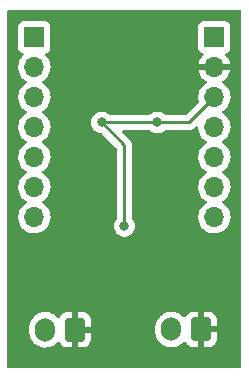
<source format=gbr>
%TF.GenerationSoftware,KiCad,Pcbnew,(6.0.5)*%
%TF.CreationDate,2022-05-19T09:16:10-04:00*%
%TF.ProjectId,OneMoreThermistor,4f6e654d-6f72-4655-9468-65726d697374,rev?*%
%TF.SameCoordinates,Original*%
%TF.FileFunction,Copper,L2,Bot*%
%TF.FilePolarity,Positive*%
%FSLAX46Y46*%
G04 Gerber Fmt 4.6, Leading zero omitted, Abs format (unit mm)*
G04 Created by KiCad (PCBNEW (6.0.5)) date 2022-05-19 09:16:10*
%MOMM*%
%LPD*%
G01*
G04 APERTURE LIST*
G04 Aperture macros list*
%AMRoundRect*
0 Rectangle with rounded corners*
0 $1 Rounding radius*
0 $2 $3 $4 $5 $6 $7 $8 $9 X,Y pos of 4 corners*
0 Add a 4 corners polygon primitive as box body*
4,1,4,$2,$3,$4,$5,$6,$7,$8,$9,$2,$3,0*
0 Add four circle primitives for the rounded corners*
1,1,$1+$1,$2,$3*
1,1,$1+$1,$4,$5*
1,1,$1+$1,$6,$7*
1,1,$1+$1,$8,$9*
0 Add four rect primitives between the rounded corners*
20,1,$1+$1,$2,$3,$4,$5,0*
20,1,$1+$1,$4,$5,$6,$7,0*
20,1,$1+$1,$6,$7,$8,$9,0*
20,1,$1+$1,$8,$9,$2,$3,0*%
G04 Aperture macros list end*
%TA.AperFunction,ComponentPad*%
%ADD10RoundRect,0.250000X0.600000X0.750000X-0.600000X0.750000X-0.600000X-0.750000X0.600000X-0.750000X0*%
%TD*%
%TA.AperFunction,ComponentPad*%
%ADD11O,1.700000X2.000000*%
%TD*%
%TA.AperFunction,ComponentPad*%
%ADD12R,1.700000X1.700000*%
%TD*%
%TA.AperFunction,ComponentPad*%
%ADD13O,1.700000X1.700000*%
%TD*%
%TA.AperFunction,ViaPad*%
%ADD14C,0.800000*%
%TD*%
%TA.AperFunction,Conductor*%
%ADD15C,0.250000*%
%TD*%
G04 APERTURE END LIST*
D10*
%TO.P,J1,1,Pin_1*%
%TO.N,GND*%
X102997000Y-83820000D03*
D11*
%TO.P,J1,2,Pin_2*%
%TO.N,Net-(J1-Pad2)*%
X100497000Y-83820000D03*
%TD*%
D12*
%TO.P,J3,1,Pin_1*%
%TO.N,unconnected-(J3-Pad1)*%
X104140000Y-59070000D03*
D13*
%TO.P,J3,2,Pin_2*%
%TO.N,GND*%
X104140000Y-61610000D03*
%TO.P,J3,3,Pin_3*%
%TO.N,+3V3*%
X104140000Y-64150000D03*
%TO.P,J3,4,Pin_4*%
%TO.N,unconnected-(J3-Pad4)*%
X104140000Y-66690000D03*
%TO.P,J3,5,Pin_5*%
%TO.N,unconnected-(J3-Pad5)*%
X104140000Y-69230000D03*
%TO.P,J3,6,Pin_6*%
%TO.N,unconnected-(J3-Pad6)*%
X104140000Y-71770000D03*
%TO.P,J3,7,Pin_7*%
%TO.N,unconnected-(J3-Pad7)*%
X104140000Y-74310000D03*
%TD*%
D10*
%TO.P,J4,1,Pin_1*%
%TO.N,GND*%
X92329000Y-83837000D03*
D11*
%TO.P,J4,2,Pin_2*%
%TO.N,Net-(J4-Pad2)*%
X89829000Y-83837000D03*
%TD*%
D12*
%TO.P,J2,1,Pin_1*%
%TO.N,/T1*%
X88900000Y-59070000D03*
D13*
%TO.P,J2,2,Pin_2*%
%TO.N,/T2*%
X88900000Y-61610000D03*
%TO.P,J2,3,Pin_3*%
%TO.N,unconnected-(J2-Pad3)*%
X88900000Y-64150000D03*
%TO.P,J2,4,Pin_4*%
%TO.N,unconnected-(J2-Pad4)*%
X88900000Y-66690000D03*
%TO.P,J2,5,Pin_5*%
%TO.N,unconnected-(J2-Pad5)*%
X88900000Y-69230000D03*
%TO.P,J2,6,Pin_6*%
%TO.N,unconnected-(J2-Pad6)*%
X88900000Y-71770000D03*
%TO.P,J2,7,Pin_7*%
%TO.N,unconnected-(J2-Pad7)*%
X88900000Y-74310000D03*
%TD*%
D14*
%TO.N,GND*%
X91694000Y-68707000D03*
X96266000Y-63500000D03*
X96647000Y-60706000D03*
X91694000Y-65024000D03*
X96901000Y-78359000D03*
X93599000Y-78359000D03*
X103759000Y-78359000D03*
X100584000Y-64643000D03*
X97790000Y-68707000D03*
%TO.N,+3V3*%
X99314000Y-66294000D03*
X96520000Y-75057000D03*
X94615000Y-66294000D03*
%TD*%
D15*
%TO.N,+3V3*%
X96520000Y-72136000D02*
X96520000Y-75057000D01*
X96520000Y-71770000D02*
X96520000Y-72136000D01*
X101996000Y-66294000D02*
X99314000Y-66294000D01*
X96520000Y-68199000D02*
X94615000Y-66294000D01*
X104140000Y-64150000D02*
X101996000Y-66294000D01*
X96520000Y-72136000D02*
X96520000Y-68199000D01*
X99314000Y-66294000D02*
X94615000Y-66294000D01*
%TD*%
%TA.AperFunction,Conductor*%
%TO.N,GND*%
G36*
X106367621Y-56789502D02*
G01*
X106414114Y-56843158D01*
X106425500Y-56895500D01*
X106425500Y-86995500D01*
X106405498Y-87063621D01*
X106351842Y-87110114D01*
X106299500Y-87121500D01*
X86740500Y-87121500D01*
X86672379Y-87101498D01*
X86625886Y-87047842D01*
X86614500Y-86995500D01*
X86614500Y-84044890D01*
X88470500Y-84044890D01*
X88474426Y-84091156D01*
X88483638Y-84199720D01*
X88485080Y-84216720D01*
X88486418Y-84221875D01*
X88486419Y-84221881D01*
X88539850Y-84427741D01*
X88542999Y-84439872D01*
X88637688Y-84650075D01*
X88766441Y-84841319D01*
X88770120Y-84845176D01*
X88770122Y-84845178D01*
X88807606Y-84884471D01*
X88925576Y-85008135D01*
X89110542Y-85145754D01*
X89115293Y-85148170D01*
X89115297Y-85148172D01*
X89162040Y-85171937D01*
X89316051Y-85250240D01*
X89321145Y-85251822D01*
X89321148Y-85251823D01*
X89476380Y-85300024D01*
X89536227Y-85318607D01*
X89541516Y-85319308D01*
X89759489Y-85348198D01*
X89759494Y-85348198D01*
X89764774Y-85348898D01*
X89770103Y-85348698D01*
X89770105Y-85348698D01*
X89879966Y-85344573D01*
X89995158Y-85340249D01*
X90000468Y-85339135D01*
X90139878Y-85309884D01*
X90220791Y-85292907D01*
X90225750Y-85290949D01*
X90225752Y-85290948D01*
X90430256Y-85210185D01*
X90430258Y-85210184D01*
X90435221Y-85208224D01*
X90460005Y-85193185D01*
X90627757Y-85091390D01*
X90627756Y-85091390D01*
X90632317Y-85088623D01*
X90678934Y-85048171D01*
X90802412Y-84941023D01*
X90802414Y-84941021D01*
X90806445Y-84937523D01*
X90836006Y-84901471D01*
X90894666Y-84861476D01*
X90965636Y-84859545D01*
X91026384Y-84896290D01*
X91040584Y-84915059D01*
X91127063Y-85054807D01*
X91136099Y-85066208D01*
X91250829Y-85180739D01*
X91262240Y-85189751D01*
X91400243Y-85274816D01*
X91413424Y-85280963D01*
X91567710Y-85332138D01*
X91581086Y-85335005D01*
X91675438Y-85344672D01*
X91681854Y-85345000D01*
X92056885Y-85345000D01*
X92072124Y-85340525D01*
X92073329Y-85339135D01*
X92075000Y-85331452D01*
X92075000Y-85326884D01*
X92583000Y-85326884D01*
X92587475Y-85342123D01*
X92588865Y-85343328D01*
X92596548Y-85344999D01*
X92976095Y-85344999D01*
X92982614Y-85344662D01*
X93078206Y-85334743D01*
X93091600Y-85331851D01*
X93245784Y-85280412D01*
X93258962Y-85274239D01*
X93396807Y-85188937D01*
X93408208Y-85179901D01*
X93522739Y-85065171D01*
X93531751Y-85053760D01*
X93616816Y-84915757D01*
X93622963Y-84902576D01*
X93674138Y-84748290D01*
X93677005Y-84734914D01*
X93686672Y-84640562D01*
X93687000Y-84634146D01*
X93687000Y-84109115D01*
X93682525Y-84093876D01*
X93681135Y-84092671D01*
X93673452Y-84091000D01*
X92601115Y-84091000D01*
X92585876Y-84095475D01*
X92584671Y-84096865D01*
X92583000Y-84104548D01*
X92583000Y-85326884D01*
X92075000Y-85326884D01*
X92075000Y-84027890D01*
X99138500Y-84027890D01*
X99142426Y-84074156D01*
X99145918Y-84115308D01*
X99153080Y-84199720D01*
X99154418Y-84204875D01*
X99154419Y-84204881D01*
X99190054Y-84342175D01*
X99210999Y-84422872D01*
X99305688Y-84633075D01*
X99434441Y-84824319D01*
X99438120Y-84828176D01*
X99438122Y-84828178D01*
X99468045Y-84859545D01*
X99593576Y-84991135D01*
X99778542Y-85128754D01*
X99783293Y-85131170D01*
X99783297Y-85131172D01*
X99816734Y-85148172D01*
X99984051Y-85233240D01*
X99989145Y-85234822D01*
X99989148Y-85234823D01*
X100135968Y-85280412D01*
X100204227Y-85301607D01*
X100209516Y-85302308D01*
X100427489Y-85331198D01*
X100427494Y-85331198D01*
X100432774Y-85331898D01*
X100438103Y-85331698D01*
X100438105Y-85331698D01*
X100566332Y-85326884D01*
X100663158Y-85323249D01*
X100668468Y-85322135D01*
X100883572Y-85277002D01*
X100888791Y-85275907D01*
X100893750Y-85273949D01*
X100893752Y-85273948D01*
X101098256Y-85193185D01*
X101098258Y-85193184D01*
X101103221Y-85191224D01*
X101174169Y-85148172D01*
X101295757Y-85074390D01*
X101295756Y-85074390D01*
X101300317Y-85071623D01*
X101377926Y-85004278D01*
X101470412Y-84924023D01*
X101470414Y-84924021D01*
X101474445Y-84920523D01*
X101504006Y-84884471D01*
X101562666Y-84844476D01*
X101633636Y-84842545D01*
X101694384Y-84879290D01*
X101708584Y-84898059D01*
X101795063Y-85037807D01*
X101804099Y-85049208D01*
X101918829Y-85163739D01*
X101930240Y-85172751D01*
X102068243Y-85257816D01*
X102081424Y-85263963D01*
X102235710Y-85315138D01*
X102249086Y-85318005D01*
X102343438Y-85327672D01*
X102349854Y-85328000D01*
X102724885Y-85328000D01*
X102740124Y-85323525D01*
X102741329Y-85322135D01*
X102743000Y-85314452D01*
X102743000Y-85309884D01*
X103251000Y-85309884D01*
X103255475Y-85325123D01*
X103256865Y-85326328D01*
X103264548Y-85327999D01*
X103644095Y-85327999D01*
X103650614Y-85327662D01*
X103746206Y-85317743D01*
X103759600Y-85314851D01*
X103913784Y-85263412D01*
X103926962Y-85257239D01*
X104064807Y-85171937D01*
X104076208Y-85162901D01*
X104190739Y-85048171D01*
X104199751Y-85036760D01*
X104284816Y-84898757D01*
X104290963Y-84885576D01*
X104342138Y-84731290D01*
X104345005Y-84717914D01*
X104354672Y-84623562D01*
X104355000Y-84617146D01*
X104355000Y-84092115D01*
X104350525Y-84076876D01*
X104349135Y-84075671D01*
X104341452Y-84074000D01*
X103269115Y-84074000D01*
X103253876Y-84078475D01*
X103252671Y-84079865D01*
X103251000Y-84087548D01*
X103251000Y-85309884D01*
X102743000Y-85309884D01*
X102743000Y-83547885D01*
X103251000Y-83547885D01*
X103255475Y-83563124D01*
X103256865Y-83564329D01*
X103264548Y-83566000D01*
X104336884Y-83566000D01*
X104352123Y-83561525D01*
X104353328Y-83560135D01*
X104354999Y-83552452D01*
X104354999Y-83022905D01*
X104354662Y-83016386D01*
X104344743Y-82920794D01*
X104341851Y-82907400D01*
X104290412Y-82753216D01*
X104284239Y-82740038D01*
X104198937Y-82602193D01*
X104189901Y-82590792D01*
X104075171Y-82476261D01*
X104063760Y-82467249D01*
X103925757Y-82382184D01*
X103912576Y-82376037D01*
X103758290Y-82324862D01*
X103744914Y-82321995D01*
X103650562Y-82312328D01*
X103644145Y-82312000D01*
X103269115Y-82312000D01*
X103253876Y-82316475D01*
X103252671Y-82317865D01*
X103251000Y-82325548D01*
X103251000Y-83547885D01*
X102743000Y-83547885D01*
X102743000Y-82330116D01*
X102738525Y-82314877D01*
X102737135Y-82313672D01*
X102729452Y-82312001D01*
X102349905Y-82312001D01*
X102343386Y-82312338D01*
X102247794Y-82322257D01*
X102234400Y-82325149D01*
X102080216Y-82376588D01*
X102067038Y-82382761D01*
X101929193Y-82468063D01*
X101917792Y-82477099D01*
X101803261Y-82591829D01*
X101794247Y-82603243D01*
X101708277Y-82742713D01*
X101655505Y-82790207D01*
X101585434Y-82801631D01*
X101520310Y-82773357D01*
X101509847Y-82763570D01*
X101489951Y-82742713D01*
X101400424Y-82648865D01*
X101215458Y-82511246D01*
X101210707Y-82508830D01*
X101210703Y-82508828D01*
X101048141Y-82426178D01*
X101009949Y-82406760D01*
X101004855Y-82405178D01*
X101004852Y-82405177D01*
X100794871Y-82339976D01*
X100789773Y-82338393D01*
X100753240Y-82333551D01*
X100566511Y-82308802D01*
X100566506Y-82308802D01*
X100561226Y-82308102D01*
X100555897Y-82308302D01*
X100555895Y-82308302D01*
X100457368Y-82312001D01*
X100330842Y-82316751D01*
X100325623Y-82317846D01*
X100305849Y-82321995D01*
X100105209Y-82364093D01*
X100100250Y-82366051D01*
X100100248Y-82366052D01*
X99895744Y-82446815D01*
X99895742Y-82446816D01*
X99890779Y-82448776D01*
X99886220Y-82451543D01*
X99886217Y-82451544D01*
X99787832Y-82511246D01*
X99693683Y-82568377D01*
X99689653Y-82571874D01*
X99576893Y-82669722D01*
X99519555Y-82719477D01*
X99516168Y-82723608D01*
X99376760Y-82893627D01*
X99376756Y-82893633D01*
X99373376Y-82897755D01*
X99370737Y-82902391D01*
X99370735Y-82902394D01*
X99350584Y-82937794D01*
X99259325Y-83098114D01*
X99180663Y-83314825D01*
X99179714Y-83320074D01*
X99179713Y-83320077D01*
X99140377Y-83537608D01*
X99140376Y-83537615D01*
X99139639Y-83541692D01*
X99138500Y-83565844D01*
X99138500Y-84027890D01*
X92075000Y-84027890D01*
X92075000Y-83564885D01*
X92583000Y-83564885D01*
X92587475Y-83580124D01*
X92588865Y-83581329D01*
X92596548Y-83583000D01*
X93668884Y-83583000D01*
X93684123Y-83578525D01*
X93685328Y-83577135D01*
X93686999Y-83569452D01*
X93686999Y-83039905D01*
X93686662Y-83033386D01*
X93676743Y-82937794D01*
X93673851Y-82924400D01*
X93622412Y-82770216D01*
X93616239Y-82757038D01*
X93530937Y-82619193D01*
X93521901Y-82607792D01*
X93407171Y-82493261D01*
X93395760Y-82484249D01*
X93257757Y-82399184D01*
X93244576Y-82393037D01*
X93090290Y-82341862D01*
X93076914Y-82338995D01*
X92982562Y-82329328D01*
X92976145Y-82329000D01*
X92601115Y-82329000D01*
X92585876Y-82333475D01*
X92584671Y-82334865D01*
X92583000Y-82342548D01*
X92583000Y-83564885D01*
X92075000Y-83564885D01*
X92075000Y-82347116D01*
X92070525Y-82331877D01*
X92069135Y-82330672D01*
X92061452Y-82329001D01*
X91681905Y-82329001D01*
X91675386Y-82329338D01*
X91579794Y-82339257D01*
X91566400Y-82342149D01*
X91412216Y-82393588D01*
X91399038Y-82399761D01*
X91261193Y-82485063D01*
X91249792Y-82494099D01*
X91135261Y-82608829D01*
X91126247Y-82620243D01*
X91040277Y-82759713D01*
X90987505Y-82807207D01*
X90917434Y-82818631D01*
X90852310Y-82790357D01*
X90841847Y-82780570D01*
X90834967Y-82773357D01*
X90732424Y-82665865D01*
X90547458Y-82528246D01*
X90542707Y-82525830D01*
X90542703Y-82525828D01*
X90429087Y-82468063D01*
X90341949Y-82423760D01*
X90336855Y-82422178D01*
X90336852Y-82422177D01*
X90126871Y-82356976D01*
X90121773Y-82355393D01*
X90116484Y-82354692D01*
X89898511Y-82325802D01*
X89898506Y-82325802D01*
X89893226Y-82325102D01*
X89887897Y-82325302D01*
X89887895Y-82325302D01*
X89789368Y-82329001D01*
X89662842Y-82333751D01*
X89657623Y-82334846D01*
X89624185Y-82341862D01*
X89437209Y-82381093D01*
X89432250Y-82383051D01*
X89432248Y-82383052D01*
X89227744Y-82463815D01*
X89227742Y-82463816D01*
X89222779Y-82465776D01*
X89218220Y-82468543D01*
X89218217Y-82468544D01*
X89119832Y-82528246D01*
X89025683Y-82585377D01*
X89021653Y-82588874D01*
X88871146Y-82719477D01*
X88851555Y-82736477D01*
X88848168Y-82740608D01*
X88708760Y-82910627D01*
X88708756Y-82910633D01*
X88705376Y-82914755D01*
X88702737Y-82919391D01*
X88702735Y-82919394D01*
X88692261Y-82937794D01*
X88591325Y-83115114D01*
X88512663Y-83331825D01*
X88511714Y-83337074D01*
X88511713Y-83337077D01*
X88472377Y-83554608D01*
X88472376Y-83554615D01*
X88471639Y-83558692D01*
X88470500Y-83582844D01*
X88470500Y-84044890D01*
X86614500Y-84044890D01*
X86614500Y-74276695D01*
X87537251Y-74276695D01*
X87537548Y-74281848D01*
X87537548Y-74281851D01*
X87542906Y-74374779D01*
X87550110Y-74499715D01*
X87551247Y-74504761D01*
X87551248Y-74504767D01*
X87571119Y-74592939D01*
X87599222Y-74717639D01*
X87683266Y-74924616D01*
X87799987Y-75115088D01*
X87946250Y-75283938D01*
X88118126Y-75426632D01*
X88311000Y-75539338D01*
X88519692Y-75619030D01*
X88524760Y-75620061D01*
X88524763Y-75620062D01*
X88632017Y-75641883D01*
X88738597Y-75663567D01*
X88743772Y-75663757D01*
X88743774Y-75663757D01*
X88956673Y-75671564D01*
X88956677Y-75671564D01*
X88961837Y-75671753D01*
X88966957Y-75671097D01*
X88966959Y-75671097D01*
X89178288Y-75644025D01*
X89178289Y-75644025D01*
X89183416Y-75643368D01*
X89188366Y-75641883D01*
X89392429Y-75580661D01*
X89392434Y-75580659D01*
X89397384Y-75579174D01*
X89597994Y-75480896D01*
X89779860Y-75351173D01*
X89938096Y-75193489D01*
X89997594Y-75110689D01*
X90065435Y-75016277D01*
X90068453Y-75012077D01*
X90140119Y-74867072D01*
X90165136Y-74816453D01*
X90165137Y-74816451D01*
X90167430Y-74811811D01*
X90232370Y-74598069D01*
X90261529Y-74376590D01*
X90263156Y-74310000D01*
X90244852Y-74087361D01*
X90190431Y-73870702D01*
X90101354Y-73665840D01*
X89980014Y-73478277D01*
X89829670Y-73313051D01*
X89825619Y-73309852D01*
X89825615Y-73309848D01*
X89658414Y-73177800D01*
X89658410Y-73177798D01*
X89654359Y-73174598D01*
X89613053Y-73151796D01*
X89563084Y-73101364D01*
X89548312Y-73031921D01*
X89573428Y-72965516D01*
X89600780Y-72938909D01*
X89644603Y-72907650D01*
X89779860Y-72811173D01*
X89938096Y-72653489D01*
X89997594Y-72570689D01*
X90065435Y-72476277D01*
X90068453Y-72472077D01*
X90167430Y-72271811D01*
X90232370Y-72058069D01*
X90261529Y-71836590D01*
X90263156Y-71770000D01*
X90244852Y-71547361D01*
X90190431Y-71330702D01*
X90101354Y-71125840D01*
X89980014Y-70938277D01*
X89829670Y-70773051D01*
X89825619Y-70769852D01*
X89825615Y-70769848D01*
X89658414Y-70637800D01*
X89658410Y-70637798D01*
X89654359Y-70634598D01*
X89613053Y-70611796D01*
X89563084Y-70561364D01*
X89548312Y-70491921D01*
X89573428Y-70425516D01*
X89600780Y-70398909D01*
X89644603Y-70367650D01*
X89779860Y-70271173D01*
X89938096Y-70113489D01*
X89997594Y-70030689D01*
X90065435Y-69936277D01*
X90068453Y-69932077D01*
X90167430Y-69731811D01*
X90232370Y-69518069D01*
X90261529Y-69296590D01*
X90263156Y-69230000D01*
X90244852Y-69007361D01*
X90190431Y-68790702D01*
X90101354Y-68585840D01*
X90037290Y-68486812D01*
X89982822Y-68402617D01*
X89982820Y-68402614D01*
X89980014Y-68398277D01*
X89829670Y-68233051D01*
X89825619Y-68229852D01*
X89825615Y-68229848D01*
X89658414Y-68097800D01*
X89658410Y-68097798D01*
X89654359Y-68094598D01*
X89613053Y-68071796D01*
X89563084Y-68021364D01*
X89548312Y-67951921D01*
X89573428Y-67885516D01*
X89600780Y-67858909D01*
X89663088Y-67814465D01*
X89779860Y-67731173D01*
X89938096Y-67573489D01*
X89997594Y-67490689D01*
X90065435Y-67396277D01*
X90068453Y-67392077D01*
X90167430Y-67191811D01*
X90232370Y-66978069D01*
X90261529Y-66756590D01*
X90263156Y-66690000D01*
X90244852Y-66467361D01*
X90201307Y-66294000D01*
X93701496Y-66294000D01*
X93721458Y-66483928D01*
X93780473Y-66665556D01*
X93783776Y-66671278D01*
X93783777Y-66671279D01*
X93801934Y-66702727D01*
X93875960Y-66830944D01*
X93880378Y-66835851D01*
X93880379Y-66835852D01*
X93962452Y-66927003D01*
X94003747Y-66972866D01*
X94158248Y-67085118D01*
X94164276Y-67087802D01*
X94164278Y-67087803D01*
X94197120Y-67102425D01*
X94332712Y-67162794D01*
X94426112Y-67182647D01*
X94513056Y-67201128D01*
X94513061Y-67201128D01*
X94519513Y-67202500D01*
X94575406Y-67202500D01*
X94643527Y-67222502D01*
X94664501Y-67239405D01*
X95849595Y-68424500D01*
X95883621Y-68486812D01*
X95886500Y-68513595D01*
X95886500Y-74354476D01*
X95866498Y-74422597D01*
X95854142Y-74438779D01*
X95780960Y-74520056D01*
X95685473Y-74685444D01*
X95626458Y-74867072D01*
X95625768Y-74873633D01*
X95625768Y-74873635D01*
X95610776Y-75016277D01*
X95606496Y-75057000D01*
X95626458Y-75246928D01*
X95685473Y-75428556D01*
X95780960Y-75593944D01*
X95785378Y-75598851D01*
X95785379Y-75598852D01*
X95843649Y-75663567D01*
X95908747Y-75735866D01*
X96063248Y-75848118D01*
X96069276Y-75850802D01*
X96069278Y-75850803D01*
X96231681Y-75923109D01*
X96237712Y-75925794D01*
X96331112Y-75945647D01*
X96418056Y-75964128D01*
X96418061Y-75964128D01*
X96424513Y-75965500D01*
X96615487Y-75965500D01*
X96621939Y-75964128D01*
X96621944Y-75964128D01*
X96708888Y-75945647D01*
X96802288Y-75925794D01*
X96808319Y-75923109D01*
X96970722Y-75850803D01*
X96970724Y-75850802D01*
X96976752Y-75848118D01*
X97131253Y-75735866D01*
X97196351Y-75663567D01*
X97254621Y-75598852D01*
X97254622Y-75598851D01*
X97259040Y-75593944D01*
X97354527Y-75428556D01*
X97413542Y-75246928D01*
X97433504Y-75057000D01*
X97429224Y-75016277D01*
X97414232Y-74873635D01*
X97414232Y-74873633D01*
X97413542Y-74867072D01*
X97354527Y-74685444D01*
X97259040Y-74520056D01*
X97185863Y-74438785D01*
X97155147Y-74374779D01*
X97153500Y-74354476D01*
X97153500Y-68277767D01*
X97154027Y-68266584D01*
X97155702Y-68259091D01*
X97154082Y-68207530D01*
X97153562Y-68191001D01*
X97153500Y-68187043D01*
X97153500Y-68159144D01*
X97152996Y-68155153D01*
X97152063Y-68143311D01*
X97150923Y-68107036D01*
X97150674Y-68099111D01*
X97148462Y-68091497D01*
X97148461Y-68091492D01*
X97145023Y-68079659D01*
X97141012Y-68060295D01*
X97139467Y-68048064D01*
X97138474Y-68040203D01*
X97135557Y-68032836D01*
X97135556Y-68032831D01*
X97122198Y-67999092D01*
X97118354Y-67987865D01*
X97108230Y-67953022D01*
X97106018Y-67945407D01*
X97095707Y-67927972D01*
X97087012Y-67910224D01*
X97079552Y-67891383D01*
X97053564Y-67855613D01*
X97047048Y-67845693D01*
X97028580Y-67814465D01*
X97028578Y-67814462D01*
X97024542Y-67807638D01*
X97010221Y-67793317D01*
X96997380Y-67778283D01*
X96990131Y-67768306D01*
X96985472Y-67761893D01*
X96951395Y-67733702D01*
X96942616Y-67725712D01*
X96359499Y-67142595D01*
X96325473Y-67080283D01*
X96330538Y-67009468D01*
X96373085Y-66952632D01*
X96439605Y-66927821D01*
X96448594Y-66927500D01*
X98605800Y-66927500D01*
X98673921Y-66947502D01*
X98693147Y-66963843D01*
X98693420Y-66963540D01*
X98698332Y-66967963D01*
X98702747Y-66972866D01*
X98857248Y-67085118D01*
X98863276Y-67087802D01*
X98863278Y-67087803D01*
X98896120Y-67102425D01*
X99031712Y-67162794D01*
X99125112Y-67182647D01*
X99212056Y-67201128D01*
X99212061Y-67201128D01*
X99218513Y-67202500D01*
X99409487Y-67202500D01*
X99415939Y-67201128D01*
X99415944Y-67201128D01*
X99502888Y-67182647D01*
X99596288Y-67162794D01*
X99731880Y-67102425D01*
X99764722Y-67087803D01*
X99764724Y-67087802D01*
X99770752Y-67085118D01*
X99925253Y-66972866D01*
X99929668Y-66967963D01*
X99934580Y-66963540D01*
X99935705Y-66964789D01*
X99989014Y-66931949D01*
X100022200Y-66927500D01*
X101917233Y-66927500D01*
X101928416Y-66928027D01*
X101935909Y-66929702D01*
X101943835Y-66929453D01*
X101943836Y-66929453D01*
X102003986Y-66927562D01*
X102007945Y-66927500D01*
X102035856Y-66927500D01*
X102039791Y-66927003D01*
X102039856Y-66926995D01*
X102051693Y-66926062D01*
X102083951Y-66925048D01*
X102087970Y-66924922D01*
X102095889Y-66924673D01*
X102115343Y-66919021D01*
X102134700Y-66915013D01*
X102146930Y-66913468D01*
X102146931Y-66913468D01*
X102154797Y-66912474D01*
X102162168Y-66909555D01*
X102162170Y-66909555D01*
X102195912Y-66896196D01*
X102207142Y-66892351D01*
X102241983Y-66882229D01*
X102241984Y-66882229D01*
X102249593Y-66880018D01*
X102256412Y-66875985D01*
X102256417Y-66875983D01*
X102267028Y-66869707D01*
X102284776Y-66861012D01*
X102303617Y-66853552D01*
X102339387Y-66827564D01*
X102349307Y-66821048D01*
X102380535Y-66802580D01*
X102380538Y-66802578D01*
X102387362Y-66798542D01*
X102401683Y-66784221D01*
X102416717Y-66771380D01*
X102426694Y-66764131D01*
X102433107Y-66759472D01*
X102461298Y-66725395D01*
X102469288Y-66716616D01*
X102565019Y-66620885D01*
X102627331Y-66586859D01*
X102698146Y-66591924D01*
X102754982Y-66634471D01*
X102779905Y-66702727D01*
X102786727Y-66821048D01*
X102790110Y-66879715D01*
X102791247Y-66884761D01*
X102791248Y-66884767D01*
X102809996Y-66967955D01*
X102839222Y-67097639D01*
X102923266Y-67304616D01*
X103039987Y-67495088D01*
X103186250Y-67663938D01*
X103358126Y-67806632D01*
X103371531Y-67814465D01*
X103431445Y-67849476D01*
X103480169Y-67901114D01*
X103493240Y-67970897D01*
X103466509Y-68036669D01*
X103426055Y-68070027D01*
X103413607Y-68076507D01*
X103409474Y-68079610D01*
X103409471Y-68079612D01*
X103261115Y-68191001D01*
X103234965Y-68210635D01*
X103080629Y-68372138D01*
X102954743Y-68556680D01*
X102860688Y-68759305D01*
X102800989Y-68974570D01*
X102777251Y-69196695D01*
X102777548Y-69201848D01*
X102777548Y-69201851D01*
X102783011Y-69296590D01*
X102790110Y-69419715D01*
X102791247Y-69424761D01*
X102791248Y-69424767D01*
X102811119Y-69512939D01*
X102839222Y-69637639D01*
X102923266Y-69844616D01*
X103039987Y-70035088D01*
X103186250Y-70203938D01*
X103358126Y-70346632D01*
X103428595Y-70387811D01*
X103431445Y-70389476D01*
X103480169Y-70441114D01*
X103493240Y-70510897D01*
X103466509Y-70576669D01*
X103426055Y-70610027D01*
X103413607Y-70616507D01*
X103409474Y-70619610D01*
X103409471Y-70619612D01*
X103385247Y-70637800D01*
X103234965Y-70750635D01*
X103080629Y-70912138D01*
X102954743Y-71096680D01*
X102860688Y-71299305D01*
X102800989Y-71514570D01*
X102777251Y-71736695D01*
X102777548Y-71741848D01*
X102777548Y-71741851D01*
X102783011Y-71836590D01*
X102790110Y-71959715D01*
X102791247Y-71964761D01*
X102791248Y-71964767D01*
X102811119Y-72052939D01*
X102839222Y-72177639D01*
X102923266Y-72384616D01*
X103039987Y-72575088D01*
X103186250Y-72743938D01*
X103358126Y-72886632D01*
X103428595Y-72927811D01*
X103431445Y-72929476D01*
X103480169Y-72981114D01*
X103493240Y-73050897D01*
X103466509Y-73116669D01*
X103426055Y-73150027D01*
X103413607Y-73156507D01*
X103409474Y-73159610D01*
X103409471Y-73159612D01*
X103385247Y-73177800D01*
X103234965Y-73290635D01*
X103080629Y-73452138D01*
X102954743Y-73636680D01*
X102860688Y-73839305D01*
X102800989Y-74054570D01*
X102777251Y-74276695D01*
X102777548Y-74281848D01*
X102777548Y-74281851D01*
X102782906Y-74374779D01*
X102790110Y-74499715D01*
X102791247Y-74504761D01*
X102791248Y-74504767D01*
X102811119Y-74592939D01*
X102839222Y-74717639D01*
X102923266Y-74924616D01*
X103039987Y-75115088D01*
X103186250Y-75283938D01*
X103358126Y-75426632D01*
X103551000Y-75539338D01*
X103759692Y-75619030D01*
X103764760Y-75620061D01*
X103764763Y-75620062D01*
X103872017Y-75641883D01*
X103978597Y-75663567D01*
X103983772Y-75663757D01*
X103983774Y-75663757D01*
X104196673Y-75671564D01*
X104196677Y-75671564D01*
X104201837Y-75671753D01*
X104206957Y-75671097D01*
X104206959Y-75671097D01*
X104418288Y-75644025D01*
X104418289Y-75644025D01*
X104423416Y-75643368D01*
X104428366Y-75641883D01*
X104632429Y-75580661D01*
X104632434Y-75580659D01*
X104637384Y-75579174D01*
X104837994Y-75480896D01*
X105019860Y-75351173D01*
X105178096Y-75193489D01*
X105237594Y-75110689D01*
X105305435Y-75016277D01*
X105308453Y-75012077D01*
X105380119Y-74867072D01*
X105405136Y-74816453D01*
X105405137Y-74816451D01*
X105407430Y-74811811D01*
X105472370Y-74598069D01*
X105501529Y-74376590D01*
X105503156Y-74310000D01*
X105484852Y-74087361D01*
X105430431Y-73870702D01*
X105341354Y-73665840D01*
X105220014Y-73478277D01*
X105069670Y-73313051D01*
X105065619Y-73309852D01*
X105065615Y-73309848D01*
X104898414Y-73177800D01*
X104898410Y-73177798D01*
X104894359Y-73174598D01*
X104853053Y-73151796D01*
X104803084Y-73101364D01*
X104788312Y-73031921D01*
X104813428Y-72965516D01*
X104840780Y-72938909D01*
X104884603Y-72907650D01*
X105019860Y-72811173D01*
X105178096Y-72653489D01*
X105237594Y-72570689D01*
X105305435Y-72476277D01*
X105308453Y-72472077D01*
X105407430Y-72271811D01*
X105472370Y-72058069D01*
X105501529Y-71836590D01*
X105503156Y-71770000D01*
X105484852Y-71547361D01*
X105430431Y-71330702D01*
X105341354Y-71125840D01*
X105220014Y-70938277D01*
X105069670Y-70773051D01*
X105065619Y-70769852D01*
X105065615Y-70769848D01*
X104898414Y-70637800D01*
X104898410Y-70637798D01*
X104894359Y-70634598D01*
X104853053Y-70611796D01*
X104803084Y-70561364D01*
X104788312Y-70491921D01*
X104813428Y-70425516D01*
X104840780Y-70398909D01*
X104884603Y-70367650D01*
X105019860Y-70271173D01*
X105178096Y-70113489D01*
X105237594Y-70030689D01*
X105305435Y-69936277D01*
X105308453Y-69932077D01*
X105407430Y-69731811D01*
X105472370Y-69518069D01*
X105501529Y-69296590D01*
X105503156Y-69230000D01*
X105484852Y-69007361D01*
X105430431Y-68790702D01*
X105341354Y-68585840D01*
X105277290Y-68486812D01*
X105222822Y-68402617D01*
X105222820Y-68402614D01*
X105220014Y-68398277D01*
X105069670Y-68233051D01*
X105065619Y-68229852D01*
X105065615Y-68229848D01*
X104898414Y-68097800D01*
X104898410Y-68097798D01*
X104894359Y-68094598D01*
X104853053Y-68071796D01*
X104803084Y-68021364D01*
X104788312Y-67951921D01*
X104813428Y-67885516D01*
X104840780Y-67858909D01*
X104903088Y-67814465D01*
X105019860Y-67731173D01*
X105178096Y-67573489D01*
X105237594Y-67490689D01*
X105305435Y-67396277D01*
X105308453Y-67392077D01*
X105407430Y-67191811D01*
X105472370Y-66978069D01*
X105501529Y-66756590D01*
X105503156Y-66690000D01*
X105484852Y-66467361D01*
X105430431Y-66250702D01*
X105341354Y-66045840D01*
X105301906Y-65984862D01*
X105222822Y-65862617D01*
X105222820Y-65862614D01*
X105220014Y-65858277D01*
X105069670Y-65693051D01*
X105065619Y-65689852D01*
X105065615Y-65689848D01*
X104898414Y-65557800D01*
X104898410Y-65557798D01*
X104894359Y-65554598D01*
X104853053Y-65531796D01*
X104803084Y-65481364D01*
X104788312Y-65411921D01*
X104813428Y-65345516D01*
X104840780Y-65318909D01*
X104884603Y-65287650D01*
X105019860Y-65191173D01*
X105178096Y-65033489D01*
X105237594Y-64950689D01*
X105305435Y-64856277D01*
X105308453Y-64852077D01*
X105407430Y-64651811D01*
X105472370Y-64438069D01*
X105501529Y-64216590D01*
X105503156Y-64150000D01*
X105484852Y-63927361D01*
X105430431Y-63710702D01*
X105341354Y-63505840D01*
X105220014Y-63318277D01*
X105069670Y-63153051D01*
X105065619Y-63149852D01*
X105065615Y-63149848D01*
X104898414Y-63017800D01*
X104898410Y-63017798D01*
X104894359Y-63014598D01*
X104852569Y-62991529D01*
X104802598Y-62941097D01*
X104787826Y-62871654D01*
X104812942Y-62805248D01*
X104840294Y-62778641D01*
X105015328Y-62653792D01*
X105023200Y-62647139D01*
X105174052Y-62496812D01*
X105180730Y-62488965D01*
X105305003Y-62316020D01*
X105310313Y-62307183D01*
X105404670Y-62116267D01*
X105408469Y-62106672D01*
X105470377Y-61902910D01*
X105472555Y-61892837D01*
X105473986Y-61881962D01*
X105471775Y-61867778D01*
X105458617Y-61864000D01*
X102823225Y-61864000D01*
X102809694Y-61867973D01*
X102808257Y-61877966D01*
X102838565Y-62012446D01*
X102841645Y-62022275D01*
X102921770Y-62219603D01*
X102926413Y-62228794D01*
X103037694Y-62410388D01*
X103043777Y-62418699D01*
X103183213Y-62579667D01*
X103190580Y-62586883D01*
X103354434Y-62722916D01*
X103362881Y-62728831D01*
X103431969Y-62769203D01*
X103480693Y-62820842D01*
X103493764Y-62890625D01*
X103467033Y-62956396D01*
X103426584Y-62989752D01*
X103413607Y-62996507D01*
X103409474Y-62999610D01*
X103409471Y-62999612D01*
X103385247Y-63017800D01*
X103234965Y-63130635D01*
X103080629Y-63292138D01*
X102954743Y-63476680D01*
X102860688Y-63679305D01*
X102800989Y-63894570D01*
X102777251Y-64116695D01*
X102777548Y-64121848D01*
X102777548Y-64121851D01*
X102783011Y-64216590D01*
X102790110Y-64339715D01*
X102791247Y-64344761D01*
X102791248Y-64344767D01*
X102823453Y-64487668D01*
X102818917Y-64558520D01*
X102789631Y-64604464D01*
X101770500Y-65623595D01*
X101708188Y-65657621D01*
X101681405Y-65660500D01*
X100022200Y-65660500D01*
X99954079Y-65640498D01*
X99934853Y-65624157D01*
X99934580Y-65624460D01*
X99929668Y-65620037D01*
X99925253Y-65615134D01*
X99817033Y-65536507D01*
X99776094Y-65506763D01*
X99776093Y-65506762D01*
X99770752Y-65502882D01*
X99764724Y-65500198D01*
X99764722Y-65500197D01*
X99602319Y-65427891D01*
X99602318Y-65427891D01*
X99596288Y-65425206D01*
X99502888Y-65405353D01*
X99415944Y-65386872D01*
X99415939Y-65386872D01*
X99409487Y-65385500D01*
X99218513Y-65385500D01*
X99212061Y-65386872D01*
X99212056Y-65386872D01*
X99125112Y-65405353D01*
X99031712Y-65425206D01*
X99025682Y-65427891D01*
X99025681Y-65427891D01*
X98863278Y-65500197D01*
X98863276Y-65500198D01*
X98857248Y-65502882D01*
X98851907Y-65506762D01*
X98851906Y-65506763D01*
X98810967Y-65536507D01*
X98702747Y-65615134D01*
X98698332Y-65620037D01*
X98693420Y-65624460D01*
X98692295Y-65623211D01*
X98638986Y-65656051D01*
X98605800Y-65660500D01*
X95323200Y-65660500D01*
X95255079Y-65640498D01*
X95235853Y-65624157D01*
X95235580Y-65624460D01*
X95230668Y-65620037D01*
X95226253Y-65615134D01*
X95118033Y-65536507D01*
X95077094Y-65506763D01*
X95077093Y-65506762D01*
X95071752Y-65502882D01*
X95065724Y-65500198D01*
X95065722Y-65500197D01*
X94903319Y-65427891D01*
X94903318Y-65427891D01*
X94897288Y-65425206D01*
X94803888Y-65405353D01*
X94716944Y-65386872D01*
X94716939Y-65386872D01*
X94710487Y-65385500D01*
X94519513Y-65385500D01*
X94513061Y-65386872D01*
X94513056Y-65386872D01*
X94426112Y-65405353D01*
X94332712Y-65425206D01*
X94326682Y-65427891D01*
X94326681Y-65427891D01*
X94164278Y-65500197D01*
X94164276Y-65500198D01*
X94158248Y-65502882D01*
X94152907Y-65506762D01*
X94152906Y-65506763D01*
X94111967Y-65536507D01*
X94003747Y-65615134D01*
X93999326Y-65620044D01*
X93999325Y-65620045D01*
X93965492Y-65657621D01*
X93875960Y-65757056D01*
X93780473Y-65922444D01*
X93721458Y-66104072D01*
X93701496Y-66294000D01*
X90201307Y-66294000D01*
X90190431Y-66250702D01*
X90101354Y-66045840D01*
X90061906Y-65984862D01*
X89982822Y-65862617D01*
X89982820Y-65862614D01*
X89980014Y-65858277D01*
X89829670Y-65693051D01*
X89825619Y-65689852D01*
X89825615Y-65689848D01*
X89658414Y-65557800D01*
X89658410Y-65557798D01*
X89654359Y-65554598D01*
X89613053Y-65531796D01*
X89563084Y-65481364D01*
X89548312Y-65411921D01*
X89573428Y-65345516D01*
X89600780Y-65318909D01*
X89644603Y-65287650D01*
X89779860Y-65191173D01*
X89938096Y-65033489D01*
X89997594Y-64950689D01*
X90065435Y-64856277D01*
X90068453Y-64852077D01*
X90167430Y-64651811D01*
X90232370Y-64438069D01*
X90261529Y-64216590D01*
X90263156Y-64150000D01*
X90244852Y-63927361D01*
X90190431Y-63710702D01*
X90101354Y-63505840D01*
X89980014Y-63318277D01*
X89829670Y-63153051D01*
X89825619Y-63149852D01*
X89825615Y-63149848D01*
X89658414Y-63017800D01*
X89658410Y-63017798D01*
X89654359Y-63014598D01*
X89613053Y-62991796D01*
X89563084Y-62941364D01*
X89548312Y-62871921D01*
X89573428Y-62805516D01*
X89600780Y-62778909D01*
X89644603Y-62747650D01*
X89779860Y-62651173D01*
X89938096Y-62493489D01*
X89997594Y-62410689D01*
X90065435Y-62316277D01*
X90068453Y-62312077D01*
X90167430Y-62111811D01*
X90232370Y-61898069D01*
X90261529Y-61676590D01*
X90263156Y-61610000D01*
X90244852Y-61387361D01*
X90190431Y-61170702D01*
X90101354Y-60965840D01*
X89980014Y-60778277D01*
X89960405Y-60756727D01*
X89832798Y-60616488D01*
X89801746Y-60552642D01*
X89810141Y-60482143D01*
X89855317Y-60427375D01*
X89881761Y-60413706D01*
X89988297Y-60373767D01*
X89996705Y-60370615D01*
X90113261Y-60283261D01*
X90200615Y-60166705D01*
X90251745Y-60030316D01*
X90258500Y-59968134D01*
X102781500Y-59968134D01*
X102788255Y-60030316D01*
X102839385Y-60166705D01*
X102926739Y-60283261D01*
X103043295Y-60370615D01*
X103051704Y-60373767D01*
X103051705Y-60373768D01*
X103160960Y-60414726D01*
X103217725Y-60457367D01*
X103242425Y-60523929D01*
X103227218Y-60593278D01*
X103207825Y-60619759D01*
X103084590Y-60748717D01*
X103078104Y-60756727D01*
X102958098Y-60932649D01*
X102953000Y-60941623D01*
X102863338Y-61134783D01*
X102859775Y-61144470D01*
X102804389Y-61344183D01*
X102805912Y-61352607D01*
X102818292Y-61356000D01*
X105458344Y-61356000D01*
X105471875Y-61352027D01*
X105473180Y-61342947D01*
X105431214Y-61175875D01*
X105427894Y-61166124D01*
X105342972Y-60970814D01*
X105338105Y-60961739D01*
X105222426Y-60782926D01*
X105216136Y-60774757D01*
X105072293Y-60616677D01*
X105041241Y-60552831D01*
X105049635Y-60482333D01*
X105094812Y-60427564D01*
X105121256Y-60413895D01*
X105228297Y-60373767D01*
X105236705Y-60370615D01*
X105353261Y-60283261D01*
X105440615Y-60166705D01*
X105491745Y-60030316D01*
X105498500Y-59968134D01*
X105498500Y-58171866D01*
X105491745Y-58109684D01*
X105440615Y-57973295D01*
X105353261Y-57856739D01*
X105236705Y-57769385D01*
X105100316Y-57718255D01*
X105038134Y-57711500D01*
X103241866Y-57711500D01*
X103179684Y-57718255D01*
X103043295Y-57769385D01*
X102926739Y-57856739D01*
X102839385Y-57973295D01*
X102788255Y-58109684D01*
X102781500Y-58171866D01*
X102781500Y-59968134D01*
X90258500Y-59968134D01*
X90258500Y-58171866D01*
X90251745Y-58109684D01*
X90200615Y-57973295D01*
X90113261Y-57856739D01*
X89996705Y-57769385D01*
X89860316Y-57718255D01*
X89798134Y-57711500D01*
X88001866Y-57711500D01*
X87939684Y-57718255D01*
X87803295Y-57769385D01*
X87686739Y-57856739D01*
X87599385Y-57973295D01*
X87548255Y-58109684D01*
X87541500Y-58171866D01*
X87541500Y-59968134D01*
X87548255Y-60030316D01*
X87599385Y-60166705D01*
X87686739Y-60283261D01*
X87803295Y-60370615D01*
X87811704Y-60373767D01*
X87811705Y-60373768D01*
X87920451Y-60414535D01*
X87977216Y-60457176D01*
X88001916Y-60523738D01*
X87986709Y-60593087D01*
X87967316Y-60619568D01*
X87840629Y-60752138D01*
X87837715Y-60756410D01*
X87837714Y-60756411D01*
X87825409Y-60774450D01*
X87714743Y-60936680D01*
X87620688Y-61139305D01*
X87560989Y-61354570D01*
X87537251Y-61576695D01*
X87537548Y-61581848D01*
X87537548Y-61581851D01*
X87543011Y-61676590D01*
X87550110Y-61799715D01*
X87551247Y-61804761D01*
X87551248Y-61804767D01*
X87564597Y-61864000D01*
X87599222Y-62017639D01*
X87683266Y-62224616D01*
X87799987Y-62415088D01*
X87946250Y-62583938D01*
X88118126Y-62726632D01*
X88188595Y-62767811D01*
X88191445Y-62769476D01*
X88240169Y-62821114D01*
X88253240Y-62890897D01*
X88226509Y-62956669D01*
X88186055Y-62990027D01*
X88173607Y-62996507D01*
X88169474Y-62999610D01*
X88169471Y-62999612D01*
X88145247Y-63017800D01*
X87994965Y-63130635D01*
X87840629Y-63292138D01*
X87714743Y-63476680D01*
X87620688Y-63679305D01*
X87560989Y-63894570D01*
X87537251Y-64116695D01*
X87537548Y-64121848D01*
X87537548Y-64121851D01*
X87543011Y-64216590D01*
X87550110Y-64339715D01*
X87551247Y-64344761D01*
X87551248Y-64344767D01*
X87571119Y-64432939D01*
X87599222Y-64557639D01*
X87683266Y-64764616D01*
X87799987Y-64955088D01*
X87946250Y-65123938D01*
X88118126Y-65266632D01*
X88188595Y-65307811D01*
X88191445Y-65309476D01*
X88240169Y-65361114D01*
X88253240Y-65430897D01*
X88226509Y-65496669D01*
X88186055Y-65530027D01*
X88173607Y-65536507D01*
X88169474Y-65539610D01*
X88169471Y-65539612D01*
X87999100Y-65667530D01*
X87994965Y-65670635D01*
X87840629Y-65832138D01*
X87714743Y-66016680D01*
X87620688Y-66219305D01*
X87560989Y-66434570D01*
X87537251Y-66656695D01*
X87537548Y-66661848D01*
X87537548Y-66661851D01*
X87546727Y-66821048D01*
X87550110Y-66879715D01*
X87551247Y-66884761D01*
X87551248Y-66884767D01*
X87569996Y-66967955D01*
X87599222Y-67097639D01*
X87683266Y-67304616D01*
X87799987Y-67495088D01*
X87946250Y-67663938D01*
X88118126Y-67806632D01*
X88131531Y-67814465D01*
X88191445Y-67849476D01*
X88240169Y-67901114D01*
X88253240Y-67970897D01*
X88226509Y-68036669D01*
X88186055Y-68070027D01*
X88173607Y-68076507D01*
X88169474Y-68079610D01*
X88169471Y-68079612D01*
X88021115Y-68191001D01*
X87994965Y-68210635D01*
X87840629Y-68372138D01*
X87714743Y-68556680D01*
X87620688Y-68759305D01*
X87560989Y-68974570D01*
X87537251Y-69196695D01*
X87537548Y-69201848D01*
X87537548Y-69201851D01*
X87543011Y-69296590D01*
X87550110Y-69419715D01*
X87551247Y-69424761D01*
X87551248Y-69424767D01*
X87571119Y-69512939D01*
X87599222Y-69637639D01*
X87683266Y-69844616D01*
X87799987Y-70035088D01*
X87946250Y-70203938D01*
X88118126Y-70346632D01*
X88188595Y-70387811D01*
X88191445Y-70389476D01*
X88240169Y-70441114D01*
X88253240Y-70510897D01*
X88226509Y-70576669D01*
X88186055Y-70610027D01*
X88173607Y-70616507D01*
X88169474Y-70619610D01*
X88169471Y-70619612D01*
X88145247Y-70637800D01*
X87994965Y-70750635D01*
X87840629Y-70912138D01*
X87714743Y-71096680D01*
X87620688Y-71299305D01*
X87560989Y-71514570D01*
X87537251Y-71736695D01*
X87537548Y-71741848D01*
X87537548Y-71741851D01*
X87543011Y-71836590D01*
X87550110Y-71959715D01*
X87551247Y-71964761D01*
X87551248Y-71964767D01*
X87571119Y-72052939D01*
X87599222Y-72177639D01*
X87683266Y-72384616D01*
X87799987Y-72575088D01*
X87946250Y-72743938D01*
X88118126Y-72886632D01*
X88188595Y-72927811D01*
X88191445Y-72929476D01*
X88240169Y-72981114D01*
X88253240Y-73050897D01*
X88226509Y-73116669D01*
X88186055Y-73150027D01*
X88173607Y-73156507D01*
X88169474Y-73159610D01*
X88169471Y-73159612D01*
X88145247Y-73177800D01*
X87994965Y-73290635D01*
X87840629Y-73452138D01*
X87714743Y-73636680D01*
X87620688Y-73839305D01*
X87560989Y-74054570D01*
X87537251Y-74276695D01*
X86614500Y-74276695D01*
X86614500Y-56895500D01*
X86634502Y-56827379D01*
X86688158Y-56780886D01*
X86740500Y-56769500D01*
X106299500Y-56769500D01*
X106367621Y-56789502D01*
G37*
%TD.AperFunction*%
%TD*%
M02*

</source>
